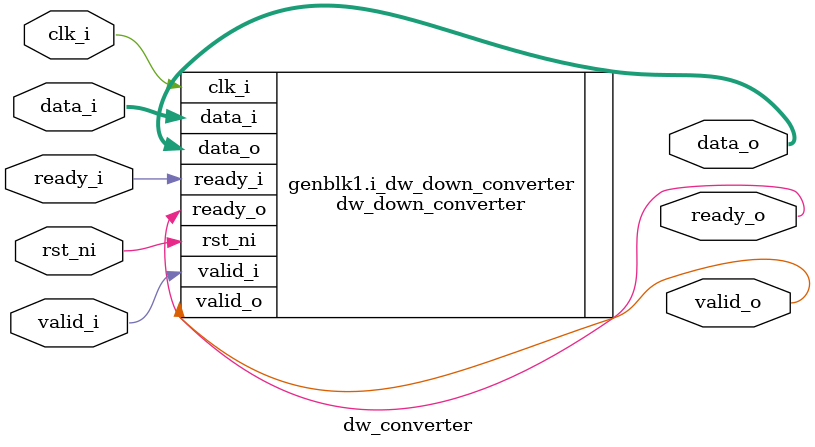
<source format=sv>

module dw_converter #(
    parameter int unsigned INPUT_DW  = 512,
    parameter int unsigned OUTPUT_DW = 64
) (
    input  logic                 clk_i,
    input  logic                 rst_ni,
    input  logic [INPUT_DW-1:0]  data_i,
    input  logic                 valid_i,
    output logic                 ready_o,
    output logic [OUTPUT_DW-1:0] data_o,
    output logic                 valid_o,
    input  logic                 ready_i
);
    if (INPUT_DW>OUTPUT_DW) begin
        // Down converter
        dw_down_converter #(
            .INPUT_DW          (INPUT_DW),
            .OUTPUT_DW         (OUTPUT_DW)
        ) i_dw_down_converter (
            .clk_i       (clk_i  ),
            .rst_ni      (rst_ni ),
            .data_i      (data_i ),
            .valid_i     (valid_i),
            .ready_o     (ready_o),
            .data_o      (data_o ),
            .valid_o     (valid_o),
            .ready_i     (ready_i)
        );
    end else if (INPUT_DW<OUTPUT_DW) begin
        // Up converter
        dw_up_converter #(
            .INPUT_DW          (INPUT_DW),
            .OUTPUT_DW         (OUTPUT_DW)
        ) i_dw_up_converter (
            .clk_i       (clk_i  ),
            .rst_ni      (rst_ni ),
            .data_i      (data_i ),
            .valid_i     (valid_i),
            .ready_o     (ready_o),
            .data_o      (data_o ),
            .valid_o     (valid_o),
            .ready_i     (ready_i)
        );        
    end else begin
        // Not change, simple assign
        assign data_o  = data_i;
        assign valid_o = valid_i;
        assign ready_o = ready_i;
    end
endmodule
</source>
